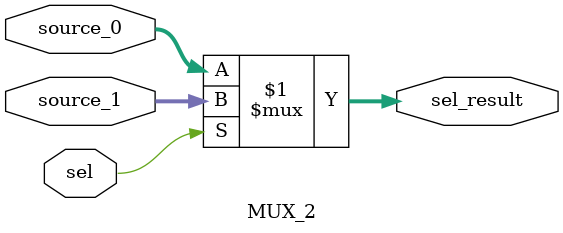
<source format=v>
`timescale 1ns / 1ps


module MUX_2(

    input  [31: 0] source_0,
    input  [31: 0] source_1,
    input          sel,
    output [31: 0] sel_result
    );
    
    assign sel_result = sel ? source_1 : source_0;
    
endmodule

</source>
